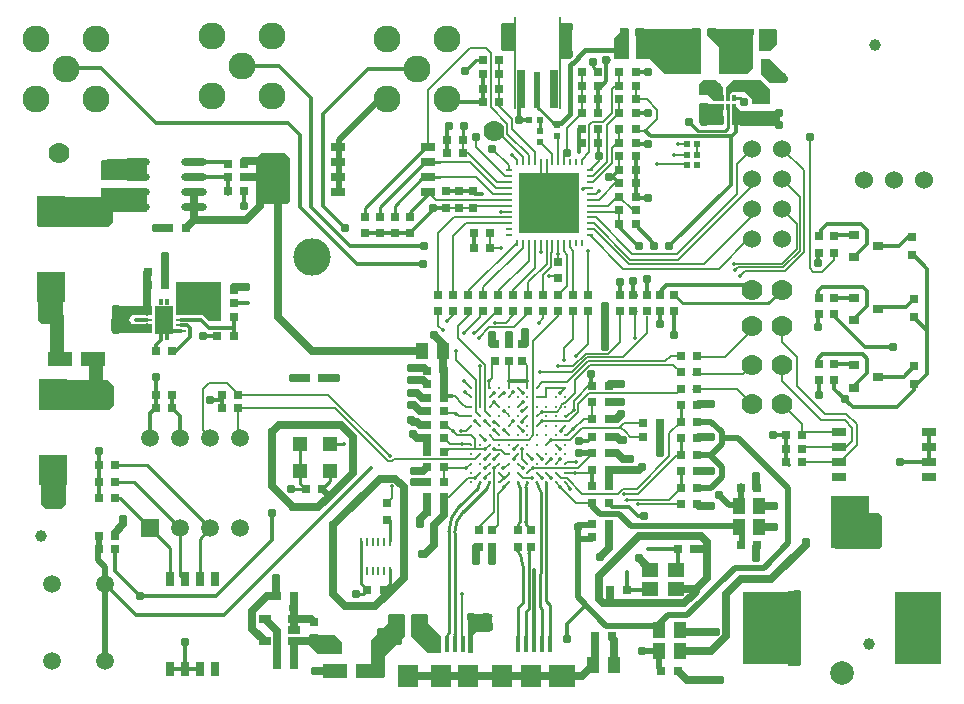
<source format=gtl>
%FSLAX25Y25*%
%MOIN*%
G70*
G01*
G75*
G04 Layer_Physical_Order=1*
G04 Layer_Color=255*
%ADD10C,0.01200*%
%ADD11C,0.01100*%
%ADD12R,0.03000X0.03000*%
%ADD13R,0.01122X0.30709*%
%ADD14R,0.02362X0.12244*%
%ADD15R,0.02953X0.13031*%
%ADD16R,0.03000X0.03000*%
%ADD17R,0.03543X0.03150*%
%ADD18R,0.03100X0.03100*%
%ADD19R,0.04449X0.05787*%
%ADD20R,0.07874X0.04724*%
%ADD21R,0.09449X0.10236*%
%ADD22R,0.01200X0.05300*%
%ADD23R,0.07100X0.07500*%
%ADD24R,0.09100X0.07500*%
%ADD25R,0.05000X0.02992*%
%ADD26R,0.02992X0.05000*%
%ADD27R,0.00787X0.02658*%
%ADD28R,0.01496X0.06100*%
%ADD29R,0.05118X0.04921*%
%ADD30R,0.01969X0.01969*%
%ADD31R,0.01969X0.01969*%
%ADD32R,0.12992X0.17323*%
%ADD33R,0.15354X0.24410*%
%ADD34R,0.05787X0.04449*%
%ADD35R,0.01181X0.02047*%
%ADD36R,0.01181X0.01929*%
%ADD37R,0.05079X0.10709*%
%ADD38R,0.01063X0.03150*%
%ADD39R,0.05512X0.04724*%
%ADD40O,0.08661X0.02362*%
%ADD41R,0.03347X0.01102*%
%ADD42R,0.06496X0.09449*%
%ADD43R,0.02362X0.00984*%
%ADD44R,0.00984X0.02362*%
%ADD45R,0.20079X0.20079*%
%ADD46R,0.03937X0.02756*%
%ADD47C,0.00945*%
%ADD48C,0.03937*%
%ADD49C,0.02500*%
%ADD50C,0.00500*%
%ADD51C,0.01000*%
%ADD52C,0.00800*%
%ADD53C,0.02000*%
%ADD54C,0.01500*%
%ADD55C,0.00600*%
%ADD56C,0.06000*%
%ADD57C,0.07000*%
%ADD58C,0.12500*%
%ADD59C,0.09000*%
%ADD60C,0.05906*%
%ADD61C,0.07874*%
%ADD62R,0.05906X0.05906*%
%ADD63C,0.03100*%
%ADD64C,0.01400*%
%ADD65C,0.01969*%
G36*
X50567Y117339D02*
X49464D01*
Y119307D01*
X50567D01*
Y117339D01*
D02*
G37*
G36*
X48598D02*
X47496D01*
Y119307D01*
X48598D01*
Y117339D01*
D02*
G37*
G36*
X32500Y102000D02*
Y95500D01*
X31000Y94000D01*
X7500D01*
Y104000D01*
X30500D01*
X32500Y102000D01*
D02*
G37*
G36*
X15500Y139000D02*
Y124000D01*
X14000Y122500D01*
X8500D01*
X7000Y124000D01*
Y139500D01*
X15500Y139000D01*
D02*
G37*
G36*
X50567Y128756D02*
X49464D01*
Y130724D01*
X50567D01*
Y128756D01*
D02*
G37*
G36*
X48598D02*
X47496D01*
Y130724D01*
X48598D01*
Y128756D01*
D02*
G37*
G36*
X45031Y128532D02*
Y125531D01*
X39031D01*
Y125561D01*
X38446Y125444D01*
X37950Y125113D01*
X37618Y124617D01*
X37502Y124031D01*
X37618Y123446D01*
X37950Y122950D01*
X38446Y122618D01*
X39031Y122502D01*
X45031Y122531D01*
Y119532D01*
X32531D01*
Y119512D01*
X32141Y119589D01*
X31811Y119810D01*
X31589Y120141D01*
X31512Y120531D01*
X31532Y127532D01*
X31512D01*
X31589Y127922D01*
X31811Y128252D01*
X32141Y128473D01*
X32531Y128551D01*
X45031Y128532D01*
D02*
G37*
G36*
X137000Y25500D02*
Y23000D01*
X141500Y18500D01*
Y13000D01*
X137000D01*
X131500Y18500D01*
Y25500D01*
X132000Y26000D01*
X136500D01*
X137000Y25500D01*
D02*
G37*
G36*
X108500Y16500D02*
Y12500D01*
X100500D01*
X97500Y15500D01*
Y19000D01*
X106000D01*
X108500Y16500D01*
D02*
G37*
G36*
X261500Y33000D02*
Y9500D01*
X260500Y8500D01*
X257500D01*
X257000Y9000D01*
Y33500D01*
X261000D01*
X261500Y33000D01*
D02*
G37*
G36*
X129250Y25500D02*
Y18500D01*
X122750Y12000D01*
X122750D01*
X122750Y12000D01*
Y5250D01*
X122000Y4500D01*
X118000Y4500D01*
Y17250D01*
Y17250D01*
X123750Y23000D01*
Y25500D01*
X124250Y26000D01*
X128750D01*
X129250Y25500D01*
D02*
G37*
G36*
X16500Y77500D02*
Y62500D01*
X15000Y61000D01*
X9500D01*
X8000Y62500D01*
Y78000D01*
X16500Y77500D01*
D02*
G37*
G36*
X288500Y58500D02*
Y48500D01*
X287500Y47500D01*
X273000D01*
X271500Y49000D01*
Y59500D01*
X287500D01*
X288500Y58500D01*
D02*
G37*
G36*
X157890Y25942D02*
X158221Y25721D01*
X158442Y25390D01*
X158520Y25000D01*
X158500D01*
X158520Y21000D01*
X158442Y20610D01*
X158221Y20279D01*
X157890Y20058D01*
X157500Y19981D01*
Y20000D01*
X154000Y20039D01*
X153220Y19884D01*
X152558Y19442D01*
X152116Y18780D01*
X151961Y18000D01*
X152000D01*
Y13000D01*
X150500D01*
X150480Y25000D01*
X150558Y25390D01*
X150779Y25721D01*
X151110Y25942D01*
X151500Y26020D01*
Y26000D01*
X157500Y26020D01*
X157890Y25942D01*
D02*
G37*
G36*
X68149Y136414D02*
X67990Y136031D01*
X68031D01*
Y123500D01*
X64063D01*
X62031Y125531D01*
X53031D01*
X52990Y136031D01*
X53149Y136414D01*
X53531Y136573D01*
Y136531D01*
X68531Y136573D01*
X68149Y136414D01*
D02*
G37*
G36*
X245500Y208000D02*
X243500Y206000D01*
X234000D01*
Y215000D01*
X230000Y219000D01*
Y221000D01*
X245500D01*
Y208000D01*
D02*
G37*
G36*
X228000Y206000D02*
X216000D01*
X211000Y211000D01*
X206500D01*
Y218500D01*
X206000Y219000D01*
Y221000D01*
X228000D01*
Y206000D01*
D02*
G37*
G36*
X257000Y205000D02*
X257000Y204000D01*
X256000Y203000D01*
X251000Y203000D01*
X248000Y206000D01*
Y211000D01*
X251000D01*
X257000Y205000D01*
D02*
G37*
G36*
X185000Y211500D02*
X184500Y211000D01*
X181000D01*
Y223000D01*
X185000D01*
Y211500D01*
D02*
G37*
G36*
X253500Y220000D02*
Y216000D01*
X251000Y213500D01*
X247500D01*
Y221000D01*
X252500D01*
X253500Y220000D01*
D02*
G37*
G36*
X166000Y223000D02*
Y213500D01*
X162000Y213500D01*
X161500Y214000D01*
Y222500D01*
X162000Y223000D01*
X166000Y223000D01*
D02*
G37*
G36*
X204000Y211000D02*
X199000D01*
Y218000D01*
X202000Y221000D01*
X204000D01*
Y211000D01*
D02*
G37*
G36*
X43500Y170500D02*
X28000D01*
Y175500D01*
X30000Y177500D01*
X43500D01*
Y170500D01*
D02*
G37*
G36*
X91000Y178000D02*
Y163500D01*
X90000Y162500D01*
X80000D01*
Y178000D01*
X81500Y179500D01*
X89500D01*
X91000Y178000D01*
D02*
G37*
G36*
X43500Y167500D02*
Y160000D01*
X32000D01*
Y156500D01*
X30500Y155000D01*
X7000D01*
Y165000D01*
X28000D01*
Y168000D01*
X43000D01*
X43500Y167500D01*
D02*
G37*
G36*
X241500Y193500D02*
X254500D01*
Y188500D01*
X241500D01*
X241000Y189000D01*
X238500D01*
Y195500D01*
X239500D01*
X241500Y193500D01*
D02*
G37*
G36*
X235500Y201500D02*
Y197000D01*
X232500D01*
X230500Y199000D01*
X227500D01*
Y202500D01*
X229000Y204000D01*
X233000D01*
X235500Y201500D01*
D02*
G37*
G36*
X248000Y204000D02*
X251000Y201000D01*
Y196000D01*
X245000D01*
Y197500D01*
X242500Y200000D01*
X238500Y200000D01*
X237500Y199000D01*
X237500Y197000D01*
X236500D01*
X236500Y201500D01*
X239000Y204000D01*
X248000Y204000D01*
D02*
G37*
G36*
X235500Y189000D02*
X228500D01*
X227500Y190000D01*
Y196000D01*
X235500D01*
Y189000D01*
D02*
G37*
D10*
X219831Y40650D02*
G03*
X220250Y41069I0J419D01*
G01*
X282779Y115000D02*
X292000D01*
X272500Y125279D02*
X282779Y115000D01*
X278600Y94900D02*
X293400D01*
X272500Y101000D02*
X278600Y94900D01*
X272500Y101000D02*
Y103750D01*
X183500Y17500D02*
Y22500D01*
X189500Y28500D01*
X245000Y134000D02*
Y135500D01*
X216500D02*
X245000D01*
X214625Y133625D02*
X216500Y135500D01*
X219000Y119000D02*
Y126750D01*
X214625Y132125D02*
Y133625D01*
X210000Y132250D02*
Y134250D01*
Y137500D01*
X205500Y133250D02*
Y137000D01*
Y133250D02*
X206500Y132250D01*
X204000Y61500D02*
X207000Y58500D01*
X198300Y61500D02*
X204000D01*
X197250Y62550D02*
X198300Y61500D01*
X207000Y58500D02*
X209000D01*
X167500Y200279D02*
X168028Y200807D01*
X167500Y190500D02*
Y200279D01*
Y190500D02*
X170728D01*
X206250Y193000D02*
X210500D01*
X196500Y203500D02*
Y209500D01*
X195000Y202000D02*
X196500Y203500D01*
X193750Y202000D02*
X195000D01*
X196500Y209500D02*
X197500Y210500D01*
X264250Y184750D02*
X264500Y185000D01*
X299000Y145500D02*
X303500Y141000D01*
Y106000D02*
Y141000D01*
X300050Y102550D02*
X303500Y106000D01*
X293400Y94900D02*
X299000Y100500D01*
Y102550D01*
X286937Y128197D02*
X296247D01*
X299000Y130950D01*
X296950Y151450D02*
X299000D01*
X294000Y148500D02*
X296950Y151450D01*
X286937Y148500D02*
X294000D01*
X113500Y142500D02*
X135500D01*
X94500Y161500D02*
X113500Y142500D01*
X94500Y161500D02*
Y185500D01*
X111000Y148500D02*
X135750D01*
X98000Y161500D02*
X111000Y148500D01*
X98000Y161500D02*
Y198000D01*
X267000Y143000D02*
Y146250D01*
X267000Y146250D01*
X282000Y135000D02*
X283500Y133500D01*
X268500Y135000D02*
X282000D01*
X267000Y133500D02*
X268500Y135000D01*
X282000Y112500D02*
X283500Y111000D01*
X268500Y112500D02*
X282000D01*
X267000Y111000D02*
X268500Y112500D01*
X270000Y156000D02*
X281500D01*
X268000Y154000D02*
X270000Y156000D01*
X268000Y152750D02*
Y154000D01*
X281500Y156000D02*
X283500Y154000D01*
X299000Y124750D02*
X303125Y120625D01*
X299000Y124750D02*
Y125050D01*
Y102550D02*
X300050D01*
X283500Y128697D02*
Y133500D01*
X272500Y125279D02*
Y125750D01*
X256250Y76000D02*
Y85500D01*
X252000Y85500D02*
X252000Y85500D01*
X256250D01*
X256750Y76000D02*
X257250Y75500D01*
X198250Y171500D02*
X198750D01*
X198250D02*
X200750Y174000D01*
X197500Y171500D02*
X198250D01*
X200125Y170125D02*
X200750Y169500D01*
X198750Y171500D02*
X200125Y170125D01*
X143250Y187750D02*
X144000Y188500D01*
X143250Y184000D02*
Y187750D01*
Y179500D02*
Y184000D01*
X211250Y185250D02*
X238349D01*
X209500Y187000D02*
X211250Y185250D01*
X239750Y186652D02*
Y190500D01*
X200750Y154750D02*
Y155500D01*
X298050Y145550D02*
X299000D01*
Y145500D02*
Y145550D01*
X126000Y152750D02*
X131000D01*
X121000D02*
X126000D01*
X116000D02*
X121000D01*
X131000D02*
X138750Y160500D01*
Y161250D01*
X143000D01*
X206250Y206500D02*
X210500D01*
X206250Y182500D02*
X210500D01*
X206250Y164500D02*
X210500D01*
X206250D02*
Y178000D01*
X193750Y197500D02*
Y202000D01*
Y193000D02*
Y197500D01*
X187250Y179750D02*
Y187500D01*
X155250Y201000D02*
Y206000D01*
Y196500D02*
Y201000D01*
X152250Y148000D02*
Y153000D01*
X152000Y166750D02*
X152750Y166000D01*
X155000D01*
X147500Y166750D02*
X152000D01*
X143000D02*
X147500D01*
X102000Y192500D02*
X117000Y207500D01*
X102000Y162000D02*
Y192500D01*
Y162000D02*
X109500Y154500D01*
X87500Y208500D02*
X98000Y198000D01*
X90500Y189500D02*
X94500Y185500D01*
X214500Y122500D02*
Y126750D01*
X220250Y41069D02*
Y47500D01*
X210819Y34000D02*
X211169Y34350D01*
X203250Y34000D02*
X210819D01*
X203250D02*
Y39750D01*
X210500Y47500D02*
X220250D01*
X172500Y25000D02*
Y33500D01*
X172350Y15775D02*
Y24850D01*
X172500Y25000D01*
Y33500D02*
Y40500D01*
X304000Y81500D02*
Y86500D01*
Y76500D02*
Y81500D01*
X294500Y76500D02*
X304000D01*
X27250Y64500D02*
Y70000D01*
Y75500D01*
X54500Y84500D02*
Y91750D01*
X51750Y94500D02*
X54500Y91750D01*
X56000Y7500D02*
X61000D01*
X51000D02*
X56000D01*
X44500Y84500D02*
Y92750D01*
X46250Y94500D01*
X27250Y75500D02*
Y80250D01*
X56000Y7500D02*
Y16500D01*
X51781Y113531D02*
X53031D01*
X57712Y118212D01*
Y121143D01*
X54839Y122063D02*
X56791D01*
X57712Y121143D01*
X51032Y120095D02*
X54839D01*
X46281Y113531D02*
Y115573D01*
X48047Y117339D01*
X62031Y118532D02*
X66781D01*
X43224Y126000D02*
Y127969D01*
Y120095D02*
Y122063D01*
X39531Y124031D02*
X43224D01*
X72281Y118532D02*
Y124031D01*
X54839D02*
X61381D01*
X64081Y121332D01*
X72231D01*
X72781Y129532D02*
X77031D01*
X58949Y176500D02*
X69750D01*
X58949Y171500D02*
X70250D01*
Y166000D02*
Y171500D01*
X75750Y161750D02*
Y166000D01*
X191750Y68500D02*
Y74000D01*
X64250Y97250D02*
X68250D01*
Y94500D02*
Y97250D01*
Y99000D01*
X197250Y62550D02*
Y63000D01*
X29358Y35795D02*
X39653Y25500D01*
X69000D01*
X118000Y74500D01*
X32750Y40250D02*
Y47500D01*
Y40250D02*
X41000Y32000D01*
X164000Y103500D02*
X170000D01*
X191500Y102250D02*
Y102750D01*
Y106000D01*
X272990Y152240D02*
X279063D01*
Y144760D02*
X283500Y149197D01*
Y154000D01*
X279063Y101760D02*
X283500Y106197D01*
Y111000D01*
X267000Y121500D02*
Y125250D01*
Y108750D02*
Y111000D01*
X286937Y105000D02*
X295550D01*
X299000Y108450D01*
X279063Y124260D02*
X283500Y128697D01*
X18000Y208000D02*
X28000D01*
X46500Y189500D01*
X190250Y83500D02*
X190750Y84000D01*
X187500Y83500D02*
X190250D01*
X51750Y94500D02*
Y99000D01*
X272000Y109250D02*
X272500D01*
X278073D01*
X267000Y130750D02*
Y133500D01*
X46250Y94500D02*
Y104750D01*
X206500Y131750D02*
Y132250D01*
X41000Y32000D02*
X66500D01*
X85000Y50500D01*
Y59500D01*
X267500Y99000D02*
Y103750D01*
X72531Y129781D02*
X72781Y129532D01*
X272500Y131250D02*
X278073D01*
X142250Y99250D02*
Y101000D01*
Y99250D02*
X143000Y98500D01*
X145000D01*
X201000Y132500D02*
Y136500D01*
X133500Y207500D02*
X136000Y205000D01*
X75000Y208500D02*
X87500D01*
X46500Y189500D02*
X90500D01*
X117000Y207500D02*
X133500D01*
X144500Y196500D02*
X155250D01*
X143500Y197500D02*
X144500Y196500D01*
X200750Y154750D02*
X207000Y148500D01*
X207500D01*
X206250Y155500D02*
X212500Y149250D01*
Y148500D02*
Y149250D01*
X238000Y184901D02*
X239750Y186652D01*
X217500Y148500D02*
X238000Y169000D01*
Y184901D01*
D11*
X153679Y68007D02*
G03*
X154402Y69752I-1745J1745D01*
G01*
X156828Y68007D02*
G03*
X157551Y69752I-1745J1745D01*
G01*
X166829Y54579D02*
G03*
X167625Y56500I-1921J1921D01*
G01*
X167000Y69613D02*
G03*
X167625Y68105I2133J0D01*
G01*
X169525Y56500D02*
G03*
X170073Y55177I1870J0D01*
G01*
X169525Y68105D02*
G03*
X170150Y69613I-1508J1508D01*
G01*
X144000Y19625D02*
G03*
X143350Y18056I1569J-1569D01*
G01*
X147485Y61813D02*
G03*
X144000Y53399I8415J-8415D01*
G01*
X145950Y18904D02*
G03*
X145900Y19025I-171J0D01*
G01*
X148829Y60007D02*
G03*
X145900Y52936I7071J-7071D01*
G01*
X176449Y68802D02*
G03*
X176500Y68678I175J0D01*
G01*
X174600Y66612D02*
G03*
X174022Y68007I-1973J0D01*
G01*
X173299Y69752D02*
G03*
X174022Y68007I2468J0D01*
G01*
X168600Y41973D02*
G03*
X166000Y48250I-8877J0D01*
G01*
X171500D02*
G03*
X170600Y46077I2173J-2173D01*
G01*
X145900Y19025D02*
Y52936D01*
X144000Y19625D02*
Y53399D01*
X147485Y61813D02*
X153679Y68007D01*
X174400Y35200D02*
Y39300D01*
X176400Y35200D02*
Y39400D01*
X168600Y31800D02*
Y35200D01*
X170600Y31800D02*
Y35200D01*
X174400Y31800D02*
Y35200D01*
X176400Y31800D02*
Y35200D01*
Y30100D02*
Y31800D01*
Y30100D02*
X177550Y28950D01*
Y15775D02*
Y28950D01*
X174400Y28100D02*
Y31800D01*
Y28100D02*
X175000Y27500D01*
Y15825D02*
Y27500D01*
X170600Y27600D02*
Y31800D01*
X169750Y26750D02*
X170600Y27600D01*
X169750Y15775D02*
Y26750D01*
X168600Y29600D02*
Y31800D01*
X167150Y28150D02*
X168600Y29600D01*
X167150Y15775D02*
Y28150D01*
X170150Y69613D02*
Y69752D01*
X166000Y53750D02*
X166829Y54579D01*
X167625Y56500D02*
Y68105D01*
X167000Y69613D02*
Y69752D01*
X169525Y56500D02*
Y68105D01*
X170073Y55177D02*
X171500Y53750D01*
X143350Y15775D02*
Y18056D01*
X145950Y15775D02*
Y18904D01*
X148829Y60007D02*
X156828Y68007D01*
X176449Y68802D02*
Y69752D01*
X176500Y39500D02*
Y68678D01*
X174600Y39500D02*
Y66612D01*
X168600Y35200D02*
Y41973D01*
X170600Y35200D02*
Y46077D01*
D12*
X231750Y220000D02*
D03*
X226250D02*
D03*
X207750D02*
D03*
X202250D02*
D03*
X206250Y160500D02*
D03*
X200750D02*
D03*
X142250Y84500D02*
D03*
X136750D02*
D03*
X198250Y18500D02*
D03*
X192750D02*
D03*
X92250Y32000D02*
D03*
X86750D02*
D03*
X46250Y99000D02*
D03*
X51750D02*
D03*
X46250Y94500D02*
D03*
X51750D02*
D03*
X136750Y75000D02*
D03*
X142250D02*
D03*
X136750Y70000D02*
D03*
X142250D02*
D03*
X136750Y65000D02*
D03*
X142250D02*
D03*
X136750Y102500D02*
D03*
X142250D02*
D03*
X136750Y98000D02*
D03*
X142250D02*
D03*
X136750Y60000D02*
D03*
X142250D02*
D03*
X136750Y89000D02*
D03*
X142250D02*
D03*
X197250Y85000D02*
D03*
X191750D02*
D03*
X197250Y102000D02*
D03*
X191750D02*
D03*
X136750Y80000D02*
D03*
X142250D02*
D03*
X197250Y51500D02*
D03*
X191750D02*
D03*
X197250Y56000D02*
D03*
X191750D02*
D03*
X220250Y7000D02*
D03*
X214750D02*
D03*
X197250Y63000D02*
D03*
X191750D02*
D03*
X246750Y49000D02*
D03*
X241250D02*
D03*
X197250Y79500D02*
D03*
X191750D02*
D03*
X246750Y68000D02*
D03*
X241250D02*
D03*
X136750Y93500D02*
D03*
X142250D02*
D03*
X101750Y104500D02*
D03*
X96250D02*
D03*
X197250Y96500D02*
D03*
X191750D02*
D03*
X197250Y91000D02*
D03*
X191750D02*
D03*
X214250Y89500D02*
D03*
X208750D02*
D03*
X214250Y85000D02*
D03*
X208750D02*
D03*
X197250Y68500D02*
D03*
X191750D02*
D03*
X197250Y74000D02*
D03*
X191750D02*
D03*
X43800Y140000D02*
D03*
X49300D02*
D03*
X49281Y135531D02*
D03*
X43782D02*
D03*
X66800Y134000D02*
D03*
X72300D02*
D03*
X46281Y113531D02*
D03*
X51781D02*
D03*
X56200Y154500D02*
D03*
X50700D02*
D03*
X32750Y52000D02*
D03*
X27250D02*
D03*
X122250Y34000D02*
D03*
X116750D02*
D03*
X197750D02*
D03*
X203250D02*
D03*
X225750Y47500D02*
D03*
X220250D02*
D03*
X256250Y76500D02*
D03*
X261750D02*
D03*
X256250Y81000D02*
D03*
X261750D02*
D03*
X256250Y85500D02*
D03*
X261750D02*
D03*
X226750Y62500D02*
D03*
X221250D02*
D03*
Y112000D02*
D03*
X226750D02*
D03*
X221250Y106500D02*
D03*
X226750D02*
D03*
X221250Y101000D02*
D03*
X226750D02*
D03*
X73750Y99000D02*
D03*
X68250D02*
D03*
X73750Y94500D02*
D03*
X68250D02*
D03*
X221250Y90000D02*
D03*
X226750D02*
D03*
X221250Y79000D02*
D03*
X226750D02*
D03*
X221250Y68000D02*
D03*
X226750D02*
D03*
Y95500D02*
D03*
X221250D02*
D03*
X226750Y84500D02*
D03*
X221250D02*
D03*
X226750Y73500D02*
D03*
X221250D02*
D03*
X86750Y9000D02*
D03*
X92250D02*
D03*
X32750Y64500D02*
D03*
X27250D02*
D03*
X32750Y70000D02*
D03*
X27250D02*
D03*
X32750Y75500D02*
D03*
X27250D02*
D03*
X72281Y129532D02*
D03*
X66781D02*
D03*
X72250Y125000D02*
D03*
X66750D02*
D03*
X66781Y118532D02*
D03*
X72281D02*
D03*
X70250Y176000D02*
D03*
X75750D02*
D03*
X70250Y171500D02*
D03*
X75750D02*
D03*
X75750Y167000D02*
D03*
X70250D02*
D03*
X27250Y47500D02*
D03*
X32750D02*
D03*
X136750Y107000D02*
D03*
X142250D02*
D03*
X96250Y67500D02*
D03*
X101750D02*
D03*
X157750Y148000D02*
D03*
X152250D02*
D03*
X157750Y153000D02*
D03*
X152250D02*
D03*
X160750Y196500D02*
D03*
X155250D02*
D03*
X160750Y201000D02*
D03*
X155250D02*
D03*
X160750Y206000D02*
D03*
X155250D02*
D03*
X188250Y193000D02*
D03*
X193750D02*
D03*
X188250Y197500D02*
D03*
X193750D02*
D03*
X188250Y202000D02*
D03*
X193750D02*
D03*
Y187500D02*
D03*
X188250D02*
D03*
X193750Y183000D02*
D03*
X188250D02*
D03*
X200750Y169500D02*
D03*
X206250D02*
D03*
X200750Y178500D02*
D03*
X206250D02*
D03*
X200750Y174000D02*
D03*
X206250D02*
D03*
X148750Y184000D02*
D03*
X143250D02*
D03*
X148750Y179500D02*
D03*
X143250D02*
D03*
X200750Y156000D02*
D03*
X206250D02*
D03*
X200750Y165000D02*
D03*
X206250D02*
D03*
X160750Y210500D02*
D03*
X155250D02*
D03*
X188250Y206500D02*
D03*
X193750D02*
D03*
X200750Y197500D02*
D03*
X206250D02*
D03*
X200750Y187500D02*
D03*
X206250D02*
D03*
X200750Y202000D02*
D03*
X206250D02*
D03*
Y193000D02*
D03*
X200750D02*
D03*
X206250Y183000D02*
D03*
X200750D02*
D03*
X206250Y206500D02*
D03*
X200750D02*
D03*
X239750Y190500D02*
D03*
X234250D02*
D03*
X243750Y215000D02*
D03*
X249250D02*
D03*
Y209500D02*
D03*
X243750D02*
D03*
D13*
X181010Y209646D02*
D03*
X165990D02*
D03*
D14*
X173500Y200413D02*
D03*
D15*
X168028Y200807D02*
D03*
X178972D02*
D03*
D16*
X140500Y132250D02*
D03*
Y126750D02*
D03*
X145500Y132250D02*
D03*
Y126750D02*
D03*
X267500Y125750D02*
D03*
Y131250D02*
D03*
Y109250D02*
D03*
Y103750D02*
D03*
X272500Y103750D02*
D03*
Y109250D02*
D03*
X167000Y53750D02*
D03*
Y48250D02*
D03*
X171500Y53750D02*
D03*
Y48250D02*
D03*
X99000Y23250D02*
D03*
Y17750D02*
D03*
X164000Y115750D02*
D03*
Y110250D02*
D03*
X168500Y115750D02*
D03*
Y110250D02*
D03*
X158500Y48250D02*
D03*
Y53750D02*
D03*
X159500Y115750D02*
D03*
Y110250D02*
D03*
X29500Y166300D02*
D03*
Y171800D02*
D03*
X154000Y48250D02*
D03*
Y53750D02*
D03*
X210000Y126750D02*
D03*
Y132250D02*
D03*
X205500Y126750D02*
D03*
Y132250D02*
D03*
X201000Y126750D02*
D03*
Y132250D02*
D03*
X219000Y126750D02*
D03*
Y132250D02*
D03*
X214500Y126750D02*
D03*
Y132250D02*
D03*
X190500Y126750D02*
D03*
Y132250D02*
D03*
X150500Y126750D02*
D03*
Y132250D02*
D03*
X155500Y126750D02*
D03*
Y132250D02*
D03*
X160500Y126750D02*
D03*
Y132250D02*
D03*
X165500Y126750D02*
D03*
Y132250D02*
D03*
X170500Y126750D02*
D03*
Y132250D02*
D03*
X175500Y126750D02*
D03*
Y132250D02*
D03*
X180500Y126750D02*
D03*
Y132250D02*
D03*
X185500Y126750D02*
D03*
Y132250D02*
D03*
X123500Y57250D02*
D03*
Y62750D02*
D03*
X272500Y131250D02*
D03*
Y125750D02*
D03*
X272500Y151750D02*
D03*
Y146250D02*
D03*
X267500Y146250D02*
D03*
Y151750D02*
D03*
X152000Y161250D02*
D03*
Y166750D02*
D03*
X147500Y161250D02*
D03*
Y166750D02*
D03*
X143000Y161250D02*
D03*
Y166750D02*
D03*
X180500Y143250D02*
D03*
Y137750D02*
D03*
X116000Y158250D02*
D03*
Y152750D02*
D03*
X121000Y158250D02*
D03*
Y152750D02*
D03*
X126000Y158250D02*
D03*
Y152750D02*
D03*
X131000Y158250D02*
D03*
Y152750D02*
D03*
X229000Y200250D02*
D03*
Y194750D02*
D03*
D17*
X279063Y131240D02*
D03*
Y123760D02*
D03*
X286937Y127500D02*
D03*
Y148500D02*
D03*
X279063Y144760D02*
D03*
Y152240D02*
D03*
X286937Y105000D02*
D03*
X279063Y101260D02*
D03*
Y108740D02*
D03*
D18*
X299000Y108450D02*
D03*
Y102550D02*
D03*
Y125050D02*
D03*
Y130950D02*
D03*
X298500Y145550D02*
D03*
Y151450D02*
D03*
D19*
X220984Y20500D02*
D03*
X214016D02*
D03*
X192016Y9000D02*
D03*
X198984D02*
D03*
X201516Y214000D02*
D03*
X208484D02*
D03*
X247484Y62000D02*
D03*
X240516D02*
D03*
X247484Y55000D02*
D03*
X240516D02*
D03*
X220984Y13500D02*
D03*
X214016D02*
D03*
X141984Y113500D02*
D03*
X135016D02*
D03*
X133984Y22500D02*
D03*
X127016D02*
D03*
D20*
X14488Y111000D02*
D03*
X25512D02*
D03*
X105988Y7000D02*
D03*
X117012D02*
D03*
D21*
X12000Y99098D02*
D03*
Y73902D02*
D03*
X11500Y160099D02*
D03*
Y134902D02*
D03*
D22*
X174950Y15775D02*
D03*
X177550D02*
D03*
X167150D02*
D03*
X169750D02*
D03*
X140750D02*
D03*
X148550D02*
D03*
X151150D02*
D03*
X172350D02*
D03*
X145950D02*
D03*
X143350D02*
D03*
D23*
X130200Y5275D02*
D03*
X141450D02*
D03*
X150450D02*
D03*
X161700D02*
D03*
X171500Y5225D02*
D03*
D24*
X181800D02*
D03*
D25*
X304000Y71500D02*
D03*
Y76500D02*
D03*
Y81500D02*
D03*
Y86500D02*
D03*
X274000Y71500D02*
D03*
Y76500D02*
D03*
Y81500D02*
D03*
Y86500D02*
D03*
X137000Y166500D02*
D03*
Y171500D02*
D03*
Y176500D02*
D03*
Y181500D02*
D03*
X107000Y166500D02*
D03*
Y171500D02*
D03*
Y176500D02*
D03*
Y181500D02*
D03*
D26*
X66000Y37500D02*
D03*
X61000D02*
D03*
X56000D02*
D03*
X51000D02*
D03*
X66000Y7500D02*
D03*
X61000D02*
D03*
X56000D02*
D03*
X51000D02*
D03*
D27*
X176400Y35200D02*
D03*
X174400D02*
D03*
X170600D02*
D03*
X168600D02*
D03*
Y31800D02*
D03*
X170600D02*
D03*
X174400D02*
D03*
X176400D02*
D03*
D28*
X172500Y33500D02*
D03*
D29*
X104500Y73571D02*
D03*
X94500Y82429D02*
D03*
Y73571D02*
D03*
X104500Y82429D02*
D03*
D30*
X180000Y185228D02*
D03*
Y188772D02*
D03*
X174500Y183228D02*
D03*
Y186772D02*
D03*
D31*
X170728Y190500D02*
D03*
X174272D02*
D03*
X244728Y220000D02*
D03*
X248272D02*
D03*
X223228Y182500D02*
D03*
X226772D02*
D03*
X223228Y179000D02*
D03*
X226772D02*
D03*
X223228Y175500D02*
D03*
X226772D02*
D03*
D32*
X277756Y56705D02*
D03*
D33*
X300394Y21272D02*
D03*
X249606D02*
D03*
D34*
X248000Y197984D02*
D03*
Y191016D02*
D03*
D35*
X238968Y198000D02*
D03*
D36*
X237000D02*
D03*
X235032D02*
D03*
Y194968D02*
D03*
X237000D02*
D03*
X238968D02*
D03*
D37*
X236531Y211500D02*
D03*
X225468D02*
D03*
D38*
X124421Y49724D02*
D03*
X122453D02*
D03*
X120484D02*
D03*
X118516D02*
D03*
X116547D02*
D03*
X114579D02*
D03*
X124421Y40276D02*
D03*
X122453D02*
D03*
X120484D02*
D03*
X118516D02*
D03*
X116547D02*
D03*
X114579D02*
D03*
D39*
X219831Y40650D02*
D03*
Y34350D02*
D03*
X211169Y40650D02*
D03*
Y34350D02*
D03*
D40*
X58949Y176500D02*
D03*
Y166500D02*
D03*
Y171500D02*
D03*
Y161500D02*
D03*
X40051Y176500D02*
D03*
Y171500D02*
D03*
Y166500D02*
D03*
Y161500D02*
D03*
D41*
X54839Y127969D02*
D03*
Y126000D02*
D03*
Y124031D02*
D03*
Y122063D02*
D03*
Y120095D02*
D03*
X43224Y127969D02*
D03*
Y124031D02*
D03*
Y126000D02*
D03*
Y120095D02*
D03*
Y122063D02*
D03*
D42*
X49031Y124031D02*
D03*
D43*
X190886Y173827D02*
D03*
Y169890D02*
D03*
Y171858D02*
D03*
Y167921D02*
D03*
Y163984D02*
D03*
Y165953D02*
D03*
Y162016D02*
D03*
Y158079D02*
D03*
Y160047D02*
D03*
Y154142D02*
D03*
Y152173D02*
D03*
Y156110D02*
D03*
X164114Y173827D02*
D03*
Y163984D02*
D03*
Y165953D02*
D03*
Y162016D02*
D03*
Y169890D02*
D03*
Y171858D02*
D03*
Y167921D02*
D03*
Y158079D02*
D03*
Y160047D02*
D03*
Y154142D02*
D03*
Y156110D02*
D03*
Y152173D02*
D03*
D44*
X188327Y176386D02*
D03*
X186358D02*
D03*
X182421D02*
D03*
X180453D02*
D03*
X184390D02*
D03*
X178484D02*
D03*
X176516D02*
D03*
X188327Y149614D02*
D03*
X184390D02*
D03*
X182421D02*
D03*
X186358D02*
D03*
X178484D02*
D03*
X176516D02*
D03*
X180453D02*
D03*
X172579Y176386D02*
D03*
X170610D02*
D03*
X174547D02*
D03*
X168642D02*
D03*
X166673D02*
D03*
X172579Y149614D02*
D03*
X170610D02*
D03*
X174547D02*
D03*
X166673D02*
D03*
X168642D02*
D03*
D45*
X177500Y163000D02*
D03*
D46*
X92225Y20500D02*
D03*
Y24240D02*
D03*
Y16760D02*
D03*
X82776Y24240D02*
D03*
Y16760D02*
D03*
D47*
X182748Y101248D02*
D03*
Y98098D02*
D03*
X179598Y101248D02*
D03*
X182748Y94949D02*
D03*
X179598Y98098D02*
D03*
X176449D02*
D03*
Y101248D02*
D03*
X179598Y94949D02*
D03*
X176449D02*
D03*
X182748Y91799D02*
D03*
Y88650D02*
D03*
X179598Y91799D02*
D03*
X182748Y85500D02*
D03*
X179598Y88650D02*
D03*
X176449D02*
D03*
Y91799D02*
D03*
X179598Y85500D02*
D03*
X176449D02*
D03*
X173299Y98098D02*
D03*
Y94949D02*
D03*
Y101248D02*
D03*
Y91799D02*
D03*
X170150Y94949D02*
D03*
Y98098D02*
D03*
Y101248D02*
D03*
X167000Y91799D02*
D03*
Y94949D02*
D03*
X173299Y88650D02*
D03*
X170150Y91799D02*
D03*
X173299Y85500D02*
D03*
X170150Y88650D02*
D03*
Y85500D02*
D03*
X167000Y88650D02*
D03*
Y85500D02*
D03*
X182748Y76051D02*
D03*
Y82350D02*
D03*
X179598D02*
D03*
X176449D02*
D03*
X182748Y79201D02*
D03*
X179598D02*
D03*
X182748Y69752D02*
D03*
Y72902D02*
D03*
X179598D02*
D03*
Y76051D02*
D03*
Y69752D02*
D03*
X176449D02*
D03*
X173299Y82350D02*
D03*
X176449Y79201D02*
D03*
X173299D02*
D03*
X176449Y76051D02*
D03*
X173299D02*
D03*
X170150Y82350D02*
D03*
X167000D02*
D03*
X170150Y79201D02*
D03*
X167000D02*
D03*
X176449Y72902D02*
D03*
X170150Y76051D02*
D03*
X173299Y69752D02*
D03*
Y72902D02*
D03*
X170150D02*
D03*
X167000D02*
D03*
X170150Y69752D02*
D03*
X167000D02*
D03*
X163850Y101248D02*
D03*
X167000D02*
D03*
X160701Y98098D02*
D03*
X167000D02*
D03*
X163850D02*
D03*
X160701Y101248D02*
D03*
X163850Y91799D02*
D03*
Y88650D02*
D03*
Y94949D02*
D03*
Y85500D02*
D03*
X160701Y91799D02*
D03*
Y94949D02*
D03*
Y85500D02*
D03*
Y88650D02*
D03*
X157551Y101248D02*
D03*
Y98098D02*
D03*
X154402Y101248D02*
D03*
X157551Y94949D02*
D03*
X154402Y98098D02*
D03*
X151252D02*
D03*
Y101248D02*
D03*
X154402Y94949D02*
D03*
X151252D02*
D03*
X157551Y91799D02*
D03*
X154402D02*
D03*
X157551Y85500D02*
D03*
Y88650D02*
D03*
X154402D02*
D03*
X151252Y91799D02*
D03*
X154402Y85500D02*
D03*
X151252Y88650D02*
D03*
X163850Y82350D02*
D03*
Y79201D02*
D03*
X160701Y82350D02*
D03*
X167000Y76051D02*
D03*
X163850D02*
D03*
X160701Y79201D02*
D03*
X157551Y82350D02*
D03*
Y76051D02*
D03*
X163850Y72902D02*
D03*
X160701Y76051D02*
D03*
X163850Y69752D02*
D03*
X160701Y72902D02*
D03*
Y69752D02*
D03*
X151252Y85500D02*
D03*
X154402Y82350D02*
D03*
X151252D02*
D03*
X157551Y79201D02*
D03*
X154402D02*
D03*
X151252D02*
D03*
X157551Y72902D02*
D03*
X154402D02*
D03*
X157551Y69752D02*
D03*
X154402D02*
D03*
Y76051D02*
D03*
X151252D02*
D03*
Y69752D02*
D03*
Y72902D02*
D03*
D48*
X8000Y52000D02*
D03*
X286000Y215500D02*
D03*
X284000Y16000D02*
D03*
D49*
X135000Y46000D02*
X136000D01*
X139000Y49000D01*
X223250Y4000D02*
X234500D01*
X220250Y7000D02*
X223250Y4000D01*
X139000Y49000D02*
Y55500D01*
X125000Y34000D02*
X129000Y38000D01*
X122250Y34000D02*
X125000D01*
X129000Y38000D02*
Y46500D01*
X119500Y28500D02*
X125000Y34000D01*
X109500Y28500D02*
X119500D01*
X105500Y32500D02*
X109500Y28500D01*
X246500Y68000D02*
Y72000D01*
Y68000D02*
X246500Y68000D01*
X236400Y32400D02*
X241500Y37500D01*
X236400Y18592D02*
Y32400D01*
X220984Y13500D02*
X231308D01*
X236400Y18592D01*
X221984Y20000D02*
X233000D01*
X221484Y20500D02*
X221984Y20000D01*
X135750Y108000D02*
X136750Y107000D01*
X131500Y108000D02*
X135750D01*
X98500Y113500D02*
X135016D01*
X87000Y125000D02*
X98500Y113500D01*
X227250Y62000D02*
X231500D01*
X202000Y77500D02*
X204500D01*
X200000Y79500D02*
X202000Y77500D01*
X207500Y74000D02*
X208500Y75000D01*
X197250Y74000D02*
X207500D01*
X241500Y37500D02*
X251500D01*
X263000Y49000D01*
X87000Y125000D02*
Y166000D01*
X228000Y52000D02*
X230000Y50000D01*
X194000Y31000D02*
Y38500D01*
Y31000D02*
X195500Y29500D01*
X225750Y47500D02*
X230000D01*
Y50000D01*
X197750Y29750D02*
Y34000D01*
X207319Y44500D02*
X211169Y40650D01*
X194000Y38500D02*
X207500Y52000D01*
X121050Y71050D02*
X126056D01*
X129000Y68106D01*
X105500Y55500D02*
X121050Y71050D01*
X92225Y24240D02*
X98010D01*
X92225Y16760D02*
X98010D01*
X92225Y20500D02*
Y24240D01*
Y9026D02*
Y16760D01*
X82776Y24240D02*
X86750Y20266D01*
Y9000D02*
Y20266D01*
X130200Y5275D02*
X141450D01*
X150450D01*
X161700D01*
X181800Y5225D02*
X188241D01*
X192016Y9000D01*
X192750Y9734D01*
Y18000D01*
X198250D02*
X198984Y17266D01*
X153000Y43500D02*
Y48250D01*
X49281Y135531D02*
X49332Y135582D01*
Y145332D01*
X46500Y154500D02*
X50700D01*
X58949Y161500D02*
Y166500D01*
Y157249D02*
Y161500D01*
X56200Y154500D02*
X58949Y157249D01*
X105500Y32500D02*
Y34500D01*
Y55500D01*
X129000Y46500D02*
Y68106D01*
X215500Y29500D02*
X222500D01*
X207500Y52000D02*
X217750D01*
X228000D01*
X58949Y157249D02*
X76249D01*
X81000Y162000D01*
X75750Y171500D02*
X80500D01*
X247484Y62000D02*
X252500D01*
X247484Y55000D02*
X252500D01*
X99500Y7000D02*
X105988D01*
X14488Y111000D02*
Y125012D01*
X25512Y111000D02*
X27500Y109012D01*
Y103500D02*
Y109012D01*
X12500Y112988D02*
X14488Y111000D01*
X12500Y112988D02*
Y123000D01*
X32750Y53000D02*
X35500Y55750D01*
Y57500D01*
X133500Y84500D02*
X136750D01*
X132500Y85500D02*
X133500Y84500D01*
X136750Y81000D02*
Y84500D01*
X197250Y102000D02*
X197750Y102500D01*
X197250Y91000D02*
X200000D01*
X197250Y85000D02*
X200000D01*
X197250Y79500D02*
X200000D01*
X197250Y68500D02*
Y74000D01*
Y47750D02*
Y56000D01*
X200000Y85000D02*
X201000Y84000D01*
X202000D01*
X194500Y45000D02*
X197250Y47750D01*
X141984Y106766D02*
Y113500D01*
X158500Y115750D02*
Y119000D01*
X86500Y32250D02*
X86750Y32000D01*
X86500Y32250D02*
Y38000D01*
X141984Y113500D02*
Y116016D01*
X139000Y119000D02*
X141984Y116016D01*
X246500Y44500D02*
Y48250D01*
X263000Y49000D02*
Y50000D01*
X92000Y104500D02*
X96250D01*
X101750D02*
X106500D01*
X169500Y115750D02*
Y120000D01*
X196000Y115000D02*
Y128500D01*
X158500Y43500D02*
Y48250D01*
X214250Y85000D02*
Y89500D01*
X226350Y34350D02*
X230000Y38000D01*
Y47500D01*
X222500Y29500D02*
X226000Y33000D01*
X219831Y34350D02*
X226000D01*
X72331Y135031D02*
X72363Y135000D01*
X76500D01*
X200000Y91000D02*
X201500Y92500D01*
X197250Y96500D02*
X201500D01*
X197750Y102500D02*
X201500D01*
X132500Y73500D02*
X135250D01*
X226750D02*
X231500D01*
X226750Y84500D02*
X227250Y85000D01*
X231500D01*
X226750Y95500D02*
X227250Y96000D01*
X231500D01*
X226750Y62500D02*
X227250Y62000D01*
X164000Y115750D02*
Y119000D01*
X85000Y68500D02*
X92000Y61500D01*
X85000Y68500D02*
Y86500D01*
X87500Y89000D01*
X108000D02*
X112000Y85000D01*
X92000Y61500D02*
X100500D01*
X112000Y73000D02*
Y85000D01*
X104250Y65250D02*
X112000Y73000D01*
X92225Y24240D02*
Y31975D01*
X100500Y61500D02*
X104250Y65250D01*
X87500Y89000D02*
X107000D01*
X108000D01*
X198984Y9000D02*
Y17266D01*
X195500Y29500D02*
X215500D01*
X226000Y33000D02*
Y34350D01*
X214500Y79500D02*
Y85250D01*
X161700Y5275D02*
X181750D01*
X25512Y101488D02*
Y111000D01*
X43224Y127969D02*
Y139425D01*
X43800Y140000D01*
X75750Y177000D02*
X81000D01*
Y162000D02*
Y177000D01*
X135250Y73500D02*
X136750Y75000D01*
X132500Y70000D02*
X136250D01*
X139000Y55500D02*
X142250Y58750D01*
Y65000D01*
X134500Y56000D02*
Y57500D01*
X136750Y59750D01*
Y65000D01*
X131500Y90500D02*
X132000Y90000D01*
X133500D01*
X134500Y89000D01*
X136750D01*
X134500Y93500D02*
X136750D01*
X132500Y95500D02*
X134500Y93500D01*
X131500Y95500D02*
X132500D01*
X131500Y104000D02*
X135250D01*
X131500Y99500D02*
X133500D01*
X135000Y98000D01*
X136750D01*
X135250Y104000D02*
X136750Y102500D01*
X142250Y98000D02*
Y102500D01*
X142250Y101000D02*
Y106500D01*
X78500Y21035D02*
X82776Y16760D01*
X78500Y21035D02*
Y27000D01*
X83500Y32000D01*
X86750D01*
D50*
X148500Y15825D02*
Y32500D01*
X125000Y64500D02*
Y68500D01*
X123875Y63375D02*
X125000Y64500D01*
X123875Y63375D02*
X124500Y62750D01*
X201000Y116500D02*
Y126750D01*
X197100Y112600D02*
X201000Y116500D01*
X189600Y112600D02*
X197100D01*
X210000Y119500D02*
Y125250D01*
X201950Y111450D02*
X210000Y119500D01*
X192358Y111450D02*
X201950D01*
X206000Y118000D02*
Y126000D01*
X262200Y146589D02*
Y173800D01*
X255000Y181000D02*
X262200Y173800D01*
X261100Y147044D02*
Y164900D01*
X255000Y171000D02*
X261100Y164900D01*
X255911Y140300D02*
X262200Y146589D01*
X242800Y140300D02*
X255911D01*
X241000Y138500D02*
X242800Y140300D01*
X255456Y141400D02*
X261100Y147044D01*
X240400Y141400D02*
X255456D01*
X239500Y140500D02*
X240400Y141400D01*
X255000Y161000D02*
X260000Y156000D01*
Y147500D02*
Y156000D01*
X255000Y142500D02*
X260000Y147500D01*
X239000Y142500D02*
X255000D01*
X183197Y76500D02*
X186500D01*
X182748Y76051D02*
X183197Y76500D01*
X181000Y77453D02*
Y77500D01*
X179598Y76051D02*
X181000Y77453D01*
X173299Y79201D02*
X174874Y77626D01*
X170150Y79201D02*
X171724Y77626D01*
X261750Y76500D02*
X261750Y76500D01*
X261750Y81000D02*
X262250Y81500D01*
X179598Y69752D02*
X181173Y68177D01*
X149677Y74476D02*
X151252Y76051D01*
X152827Y71327D02*
X154402Y72902D01*
X162276Y68177D02*
X163850Y69752D01*
X176449Y72902D02*
X178024Y71327D01*
X159126Y74476D02*
X160701Y76051D01*
X155976Y90224D02*
X157551Y88650D01*
X155976Y80776D02*
X157551Y82350D01*
X167000Y94949D02*
X168575Y96524D01*
X173299Y91799D02*
X174874Y93374D01*
X173299Y88650D02*
X174874Y90224D01*
X159126Y87075D02*
X160701Y85500D01*
X165575Y77626D02*
X165701Y77500D01*
X162276Y87075D02*
X163850Y85500D01*
X165575Y77776D02*
X167000Y79201D01*
X159126Y59876D02*
Y74476D01*
X242000Y106000D02*
X245000Y109000D01*
X152827Y90224D02*
X154402Y88650D01*
X176449Y76051D02*
X178000Y77602D01*
X170000Y101398D02*
X170150Y101248D01*
X170000Y101398D02*
Y103500D01*
X163850Y101248D02*
X164000Y101398D01*
Y103500D01*
X170000D02*
Y108750D01*
X164000Y103500D02*
Y109250D01*
X153000Y53750D02*
X159126Y59876D01*
X162276Y68050D02*
Y68177D01*
X160226Y66000D02*
X162276Y68050D01*
X160226Y55476D02*
Y66000D01*
X158500Y53750D02*
X160226Y55476D01*
X170150Y72902D02*
X171354Y74106D01*
X171542D01*
X173299Y72902D02*
X174874Y71327D01*
X151051Y92000D02*
X151252Y91799D01*
X157500Y101299D02*
X157551Y101248D01*
X157500Y101299D02*
Y103500D01*
X158500Y104500D02*
Y110250D01*
X157500Y103500D02*
X158500Y104500D01*
X190500Y101500D02*
X190750D01*
X191750Y91000D02*
Y96500D01*
X182748Y91799D02*
X183047Y91500D01*
X185547Y94000D02*
Y96797D01*
X189000Y91000D02*
X191750D01*
X185500Y87500D02*
X189000Y91000D01*
X182748Y85500D02*
X183500D01*
X185500Y87500D01*
X217250Y64000D02*
X221250Y68000D01*
X179598Y72902D02*
X181426Y71074D01*
X183296D01*
X187050Y74550D02*
X191750Y79250D01*
X182748Y72902D02*
X186000D01*
X190652D01*
X176449Y82350D02*
X178000Y83902D01*
X183296Y71074D02*
X188420Y65950D01*
X240000Y101000D02*
X245000Y96000D01*
X225250Y101000D02*
X226750D01*
X240000D01*
X181173Y68177D02*
X186351Y63000D01*
X191750D01*
X217500Y86250D02*
X221250Y90000D01*
X150327Y71327D02*
X152827D01*
X143226Y74476D02*
X149677D01*
X142250Y73500D02*
X143226Y74476D01*
X142250Y70000D02*
Y73500D01*
X144250Y82500D02*
X148500D01*
X142250Y84500D02*
X144250Y82500D01*
X191750Y79250D02*
Y79500D01*
Y80500D01*
X155950Y93401D02*
X157551Y91799D01*
X153000Y93201D02*
X154402Y91799D01*
X157551Y85500D02*
X159051Y84000D01*
X148500Y82500D02*
X151102D01*
X151252Y82350D01*
X154402Y85500D02*
X155902Y84000D01*
X159051D02*
X170520D01*
X171977Y85457D01*
Y109477D01*
X172000Y109500D01*
X174874Y90224D02*
X183964D01*
X187097Y93358D01*
Y96049D01*
X190698Y99650D01*
X174874Y93374D02*
X179894D01*
X181426Y94906D01*
Y95497D01*
X182200Y96271D01*
X182791D01*
X162000Y74500D02*
X162500D01*
X167000Y76051D02*
X168575Y74476D01*
X165650Y81000D02*
X167000Y82350D01*
X168500Y77701D02*
X170150Y76051D01*
X168500Y77701D02*
Y81000D01*
X142250Y79000D02*
X144026Y80776D01*
X155976D01*
X206142Y64050D02*
X206192Y64000D01*
X207000Y62500D02*
X221250D01*
X206192Y64000D02*
X206308D01*
X206358Y64050D01*
X207642D01*
X207692Y64000D01*
X217250D01*
X202550Y64050D02*
X202600Y64000D01*
X203500D01*
X163850Y98098D02*
X165500Y99748D01*
X151252Y85500D02*
X152575Y84178D01*
Y80850D02*
Y84178D01*
X155976Y74476D02*
X157551Y76051D01*
X218000Y112000D02*
X221250D01*
X182791Y96271D02*
X186000Y99480D01*
X191500Y102750D02*
X191750Y103000D01*
X218750Y109000D02*
X221250Y106500D01*
X216100Y110100D02*
X218000Y112000D01*
X178000Y83902D02*
X184402D01*
X149351Y100000D02*
X151252Y98098D01*
X149000Y103500D02*
X151252Y101248D01*
X157551Y94949D02*
X159102Y96500D01*
X157551Y98098D02*
X159000Y99547D01*
X173299Y101248D02*
X175170Y103118D01*
X167000Y88650D02*
X168650Y87000D01*
X186000Y99480D02*
Y104000D01*
X192308Y111500D02*
X192358Y111450D01*
X154377Y108402D02*
X154402D01*
X154098D02*
X154377D01*
X154402Y94949D02*
Y98098D01*
Y101248D01*
X160654Y94949D02*
X160701D01*
X159102Y96500D02*
X160654Y94949D01*
X159351Y90000D02*
X160701Y88650D01*
X159000Y90000D02*
X159351D01*
X159101Y77601D02*
X160701Y79201D01*
X159000Y77601D02*
X159101D01*
X163850Y72453D02*
Y72902D01*
X156150Y71500D02*
X157551Y72902D01*
X156150Y71150D02*
Y71500D01*
X160701Y69752D02*
X161150D01*
X182748D02*
X184500Y68000D01*
Y67602D02*
Y68000D01*
X179598Y82350D02*
X180949Y81000D01*
X181000Y99500D02*
X182748Y101248D01*
X176449D02*
X179598D01*
X182748D01*
X173299Y98098D02*
X176449D01*
Y101248D01*
X155950Y93401D02*
Y108858D01*
X155927Y108881D02*
X155950Y108858D01*
X153000Y93201D02*
Y104000D01*
X61850Y87150D02*
Y100850D01*
Y87150D02*
X64500Y84500D01*
X61850Y100850D02*
X64000Y103000D01*
X155976Y77626D02*
X157551Y79201D01*
X73750Y85250D02*
Y94500D01*
X106000D01*
X152827Y77626D02*
X154402Y79201D01*
X202500Y66000D02*
X207000D01*
X220000Y79000D01*
X221250D01*
X217500Y78500D02*
Y86250D01*
X201858Y67550D02*
X206550D01*
X217500Y78500D01*
X188420Y65950D02*
X200258D01*
X201858Y67550D01*
X161150Y69752D02*
X162500Y71102D01*
X162898Y71500D02*
X163850Y72453D01*
X162500Y71500D02*
X162898D01*
X167000Y72902D02*
X168702Y71200D01*
X181000Y87000D02*
X181098D01*
X165500Y90299D02*
Y90500D01*
X163850Y88650D02*
X165500Y90299D01*
X219900Y99650D02*
X221250Y101000D01*
X190698Y99650D02*
X219900D01*
X188500Y88000D02*
X200750D01*
X184402Y83902D02*
X185050Y84550D01*
Y84601D01*
X185899Y85450D01*
X185950D01*
X188500Y88000D01*
X186000Y104000D02*
X191000Y109000D01*
X218750D01*
X190056Y111500D02*
X192308D01*
X175170Y103118D02*
X183229D01*
X174500Y106500D02*
X185056D01*
X180500Y108500D02*
X185500D01*
X183229Y103118D02*
X190211Y110100D01*
X216100D01*
X185056Y106500D02*
X190056Y111500D01*
X185500Y108500D02*
X189600Y112600D01*
X146500Y110500D02*
X153000Y104000D01*
X146500Y110500D02*
Y113500D01*
X172000Y116750D02*
X180500Y125250D01*
X172000Y109500D02*
Y116750D01*
X165650Y121400D02*
X171000Y126750D01*
X157506Y121400D02*
X165650D01*
X165500Y125500D02*
Y126750D01*
X163000Y123000D02*
X165500Y125500D01*
X159500Y123000D02*
X163000D01*
X155927Y108881D02*
Y109044D01*
X182500Y110500D02*
Y114500D01*
X163850Y91799D02*
Y92150D01*
X162500Y93500D02*
X163850Y92150D01*
X168751Y93550D02*
X170150Y94949D01*
X168500Y93500D02*
Y93550D01*
X168751D01*
X168500Y90150D02*
X170150Y91799D01*
X168500Y90000D02*
Y90150D01*
Y90500D01*
X147500Y92000D02*
X151051D01*
X148000Y87000D02*
X149602D01*
X151202Y85450D02*
X151252Y85500D01*
X146550Y85450D02*
X151202D01*
X149602Y87000D02*
X151252Y88650D01*
X140500Y122000D02*
X141950Y120550D01*
Y120500D02*
X142000D01*
X141950D02*
Y120550D01*
X168702Y71200D02*
X171700D01*
X154402Y101248D02*
Y108402D01*
X160701Y72902D02*
X162500Y71102D01*
X168743Y99505D02*
X169050D01*
X167000Y101248D02*
X168743Y99505D01*
X181098Y87000D02*
X182748Y88650D01*
X206000Y126000D02*
X206750Y126750D01*
X160701Y98098D02*
X162500Y99898D01*
X202550Y64050D02*
X206142D01*
X225500Y106000D02*
X242000D01*
X226500Y111500D02*
X236000D01*
X246500Y122000D01*
X171542Y74106D02*
X171986Y74550D01*
X187050D01*
X143000Y89000D02*
X146550Y85450D01*
X183047Y91500D02*
X185547Y94000D01*
Y96797D02*
X191500Y102750D01*
X162500Y74500D02*
X164000Y76000D01*
X64000Y103000D02*
X70000D01*
X74000Y99000D01*
X103752D01*
X124252Y78500D01*
X168500Y110250D02*
X170000Y108750D01*
X202250Y89500D02*
X207250D01*
X202994Y86400D02*
X204394Y85000D01*
X208750D01*
X201072Y88322D02*
X202250Y89500D01*
X201072Y88322D02*
X202994Y86400D01*
X200750Y88000D02*
X201072Y88322D01*
X106000Y94500D02*
X122874Y77626D01*
X122934D01*
X123610Y76950D01*
X124894D01*
X125570Y77626D01*
X152827D01*
X144000Y65000D02*
X150327Y71327D01*
X142250Y65000D02*
X144000D01*
X149551Y94949D02*
X151252D01*
X148500Y96000D02*
X149551Y94949D01*
X148500Y96000D02*
X148500D01*
X146000Y98500D02*
X148500Y96000D01*
X142250Y93000D02*
X146500D01*
X147500Y92000D01*
X145000Y98500D02*
X146000D01*
X154106Y118000D02*
X157506Y121400D01*
X152500Y119500D02*
X152750D01*
X160000Y126750D01*
X151096Y121596D02*
X154500Y125000D01*
Y126750D01*
X148692Y119500D02*
X149000D01*
X151096Y121596D01*
X147000Y117971D02*
X155927Y109044D01*
X147000Y117971D02*
Y122000D01*
X151000Y126000D01*
X143500Y123500D02*
X145500Y125500D01*
Y126750D01*
X140500Y122000D02*
Y126750D01*
X175500D02*
X175500Y126750D01*
X176500D01*
X174000Y123000D02*
X175500Y124500D01*
Y126750D01*
X180500Y125250D02*
Y126750D01*
X182500Y114500D02*
X185500Y117500D01*
Y126750D01*
X186500Y112000D02*
X190500Y116000D01*
Y126750D01*
D51*
X113000Y32500D02*
X115250D01*
X116750Y34000D01*
X221850Y129400D02*
X250400D01*
X219000Y132250D02*
X221850Y129400D01*
X149500Y207000D02*
X153000Y210500D01*
X155250D01*
X148750Y184000D02*
Y188250D01*
X149000Y188500D01*
X173500Y195000D02*
Y200413D01*
X192000Y208250D02*
X193750Y206500D01*
X192000Y208250D02*
Y210000D01*
X51000Y37000D02*
Y48000D01*
X44500Y54500D02*
X51000Y48000D01*
X236000Y187000D02*
X237000Y188000D01*
X227000Y187000D02*
X236000D01*
X224000Y190000D02*
X227000Y187000D01*
X237000Y188000D02*
Y194968D01*
X241000Y198000D02*
X242500Y196500D01*
X238968Y198000D02*
X241000D01*
X174500Y187000D02*
Y190957D01*
X136448Y181500D02*
X137000D01*
X116000Y161052D02*
X136448Y181500D01*
X116000Y158250D02*
Y161052D01*
X131000Y160000D02*
X137250Y166250D01*
X131000Y158250D02*
Y160000D01*
X135500Y171500D02*
X141000D01*
X126000Y162000D02*
X135500Y171500D01*
X126000Y158250D02*
Y162000D01*
X136000Y176500D02*
X141000D01*
X121000Y161500D02*
X136000Y176500D01*
X121000Y158250D02*
Y161500D01*
X250400Y129400D02*
X255000Y134000D01*
X124421Y50225D02*
Y57171D01*
X114579Y36171D02*
X116750Y34000D01*
X124421Y36171D02*
Y40776D01*
X122250Y34000D02*
X124421Y36171D01*
X34500Y64500D02*
X44500Y54500D01*
X32750Y64500D02*
X34500D01*
X39000Y70000D02*
X54500Y54500D01*
X32750Y70000D02*
X39000D01*
X43500Y75500D02*
X64500Y54500D01*
X32750Y75500D02*
X43500D01*
X61000Y51000D02*
X64500Y54500D01*
X221250Y68000D02*
Y73500D01*
Y79000D02*
Y84500D01*
Y90000D02*
Y95500D01*
X54500Y39000D02*
X56000Y37500D01*
X114579Y36171D02*
Y50225D01*
X54500Y38500D02*
Y39000D01*
Y54500D01*
X61000Y37000D02*
Y37500D01*
Y51000D01*
X104500Y82429D02*
X108929D01*
X104500Y70250D02*
Y73571D01*
X101750Y67500D02*
X104500Y70250D01*
X94500Y69250D02*
Y73571D01*
Y69250D02*
X96250Y67500D01*
X94500Y73571D02*
Y82429D01*
X91500Y67500D02*
X96250D01*
X193750Y183000D02*
Y187500D01*
Y178750D02*
Y183000D01*
Y178750D02*
X194000Y178500D01*
X173500Y195000D02*
X179000Y189500D01*
D52*
X177916Y141416D02*
Y146080D01*
X175500Y139000D02*
X177916Y141416D01*
X175500Y132250D02*
Y139000D01*
X176516Y142516D02*
Y149614D01*
X170500Y136500D02*
X176516Y142516D01*
X170500Y132250D02*
Y136500D01*
X172579Y141079D02*
Y149614D01*
X165500Y134000D02*
X172579Y141079D01*
X165500Y132250D02*
Y134000D01*
X170610Y143610D02*
Y149614D01*
X160500Y133500D02*
X170610Y143610D01*
X160500Y132250D02*
Y133500D01*
X183500Y188000D02*
X188125Y192625D01*
X183500Y180500D02*
Y188000D01*
X160750Y206000D02*
Y210500D01*
Y201000D02*
Y206000D01*
Y196500D02*
Y201000D01*
X156500Y214500D02*
X158000Y213000D01*
Y194836D02*
Y213000D01*
Y194836D02*
X163500Y189336D01*
X151000Y214500D02*
X156500D01*
X137000Y200500D02*
X151000Y214500D01*
X137000Y181500D02*
Y200500D01*
X159000Y187000D02*
X160000D01*
X164950Y187550D02*
X172579Y179921D01*
X164950Y187550D02*
Y191050D01*
X160750Y195250D02*
X164950Y191050D01*
X160750Y195250D02*
Y196500D01*
X163500Y186000D02*
Y189336D01*
Y186000D02*
X170610Y178890D01*
X153000Y181400D02*
X162542Y171858D01*
X153000Y181400D02*
Y185000D01*
X158500Y181000D02*
X164114Y175386D01*
X190750Y179750D02*
Y188914D01*
X188327Y177327D02*
X190750Y179750D01*
X188327Y176386D02*
Y177327D01*
X191836Y190000D02*
X195500D01*
X190750Y188914D02*
X191836Y190000D01*
X196550Y188800D02*
X200750Y193000D01*
X196550Y176403D02*
Y188800D01*
X192005Y171858D02*
X196550Y176403D01*
X190886Y173827D02*
X194000Y176941D01*
Y178500D01*
X198250Y181250D02*
X200750Y183750D01*
X198250Y176586D02*
Y181250D01*
Y176586D02*
X198450Y176386D01*
Y176324D02*
Y176386D01*
X192016Y169890D02*
X198450Y176324D01*
X198250Y192750D02*
Y200750D01*
X195500Y190000D02*
X198250Y192750D01*
X199500Y202000D02*
X200750D01*
X198250Y200750D02*
X199500Y202000D01*
X180453Y181059D02*
Y185228D01*
X188250Y192000D02*
Y205500D01*
X264250Y141250D02*
Y184750D01*
Y141250D02*
X265500Y140000D01*
X268500D01*
X272500Y144000D01*
Y146250D01*
X166673Y176386D02*
Y177327D01*
X165000Y179000D02*
X166673Y177327D01*
X255000Y116500D02*
X260000Y111500D01*
Y102000D02*
Y111500D01*
Y102000D02*
X269500Y92500D01*
X276500D02*
X279900Y89100D01*
X269500Y92500D02*
X276500D01*
X278500Y83500D02*
Y88000D01*
X276000Y90500D02*
X278500Y88000D01*
X268000Y90500D02*
X276000D01*
X279900Y87600D02*
Y89100D01*
X255000Y103500D02*
Y109000D01*
Y103500D02*
X268000Y90500D01*
X255000Y109000D02*
X257000D01*
X255000Y116500D02*
Y122000D01*
X279900Y87600D02*
X280000Y87500D01*
Y82090D02*
Y87500D01*
X274000Y76500D02*
X274410D01*
X280000Y82090D01*
X276500Y81500D02*
X278500Y83500D01*
X274000Y81500D02*
X276500D01*
X255000Y96000D02*
X261750Y89250D01*
Y85500D02*
Y89250D01*
X261750Y76500D02*
X274000D01*
X262250Y81500D02*
X274000D01*
X261750Y85500D02*
X262750Y86500D01*
X274000D01*
X193984Y163984D02*
X200125Y170125D01*
X200750Y174000D02*
Y178000D01*
X182421Y179421D02*
X183500Y180500D01*
X200750Y183750D02*
Y187000D01*
X190886Y169890D02*
X192016D01*
X190886Y171858D02*
X192005D01*
X168642Y147909D02*
Y149614D01*
X155500Y134768D02*
X168642Y147909D01*
X200375Y165375D02*
X205250Y160500D01*
X197016Y162016D02*
X200375Y165375D01*
X190886Y162016D02*
X197016D01*
X190886Y163984D02*
X193984D01*
X180450Y181056D02*
X180453Y181059D01*
X180450Y178944D02*
Y181056D01*
Y178944D02*
X180453Y178941D01*
Y176386D02*
Y178941D01*
X190500Y132250D02*
Y147000D01*
X206250Y187000D02*
X209500D01*
X190886Y158079D02*
X192921D01*
X243827Y150827D02*
Y152173D01*
X245000Y151000D01*
X148750Y179500D02*
Y184000D01*
X213500Y191000D02*
Y194000D01*
X210000Y197500D02*
X213500Y194000D01*
X206250Y197500D02*
X210000D01*
X209500Y187000D02*
X213500Y191000D01*
X200750Y193000D02*
Y197500D01*
X206250D02*
Y202000D01*
X200703Y160047D02*
X200750Y160000D01*
X190886Y160047D02*
X200703D01*
X200750Y155500D02*
Y160000D01*
X205250D02*
X206250D01*
X200000Y186250D02*
X200750Y187000D01*
Y202000D02*
Y206500D01*
X182421Y176386D02*
Y179421D01*
X152516Y162016D02*
X164114D01*
X151750Y161250D02*
X152516Y162016D01*
X143000Y161250D02*
X151750D01*
X160000Y187000D02*
X168642Y178358D01*
Y176386D02*
Y178358D01*
X170610Y176386D02*
Y178890D01*
X172579Y176386D02*
Y179921D01*
X160579Y210329D02*
X160750Y210500D01*
X162542Y171858D02*
X164114D01*
Y173827D02*
Y175386D01*
X160110Y169890D02*
X164114D01*
X150500Y179500D02*
X160110Y169890D01*
X148750Y179500D02*
X150500D01*
X179750Y138500D02*
X180500Y137750D01*
X177500Y138500D02*
X179750D01*
X177916Y146080D02*
X178484Y146649D01*
X183500Y135250D02*
Y145664D01*
X180500Y132250D02*
X183500Y135250D01*
X182421Y146743D02*
X183500Y145664D01*
X185500Y132250D02*
Y147000D01*
X184400Y148100D02*
X185500Y147000D01*
X184400Y148100D02*
Y149604D01*
X184390Y149614D02*
X184400Y149604D01*
X178484Y146649D02*
Y149614D01*
X182421Y146743D02*
Y149614D01*
X174547Y165953D02*
X176516Y163984D01*
Y176386D01*
Y163984D02*
X177500Y163000D01*
X174547Y165953D02*
Y176386D01*
X159579Y167921D02*
X164114D01*
X151000Y176500D02*
X159579Y167921D01*
X141000Y176500D02*
X151000D01*
X158547Y165953D02*
X164114D01*
X153000Y171500D02*
X158547Y165953D01*
X141000Y171500D02*
X153000D01*
X137250Y166250D02*
X139516Y163984D01*
X164114D01*
X157750Y148000D02*
Y153000D01*
Y148000D02*
X161500D01*
Y160000D02*
X164067D01*
X164114Y160047D01*
X180453Y143250D02*
Y149614D01*
X174500Y146500D02*
X174547Y146547D01*
Y149614D01*
X145579Y158079D02*
X164114D01*
X140500Y153000D02*
X145579Y158079D01*
X140500Y132250D02*
Y153000D01*
X145500Y132250D02*
Y152000D01*
X149610Y156110D01*
X164114D01*
X150500Y132250D02*
Y133441D01*
X166673Y149614D01*
X155500Y132250D02*
Y134768D01*
X190886Y165953D02*
X192953D01*
X194000Y167000D01*
X189079Y167921D02*
X190886D01*
X188839Y167682D02*
X189079Y167921D01*
X213500Y176000D02*
X222728D01*
X223228Y175500D01*
X219000Y179000D02*
X223228D01*
X226772D02*
Y182500D01*
X226772Y182500D02*
X226772Y182500D01*
X220500Y182500D02*
X223228D01*
X245000Y158500D02*
Y161000D01*
Y168500D02*
Y171000D01*
X192921Y158079D02*
X205050Y145950D01*
X219950D01*
X229000Y142500D02*
X245000Y158500D01*
X220500Y144000D02*
X245000Y168500D01*
X202059Y141000D02*
X234000D01*
X243827Y150827D01*
X190886Y152173D02*
X202059Y141000D01*
X190886Y156110D02*
X192390D01*
X204500Y144000D01*
X220500D01*
X190886Y154142D02*
X192358D01*
X204000Y142500D01*
X229000D01*
X219950Y145950D02*
X240000Y166000D01*
Y176000D01*
X245000Y181000D01*
X174500Y183228D02*
X178484Y179244D01*
Y176386D02*
Y179244D01*
D53*
X213000Y22000D02*
X214000Y21000D01*
X196500Y22000D02*
X213000D01*
X187000Y31500D02*
X196500Y22000D01*
X217000Y25500D02*
X223500D01*
X214000Y22500D02*
X217000Y25500D01*
X214000Y21000D02*
Y22500D01*
X208500Y13500D02*
X214016D01*
Y7734D02*
X214750Y7000D01*
X214016Y7734D02*
Y13500D01*
X223500Y25500D02*
X239350Y41350D01*
X204650Y55350D02*
X239866D01*
X200700Y59300D02*
X204650Y55350D01*
X194200Y59300D02*
X200700D01*
X191750Y61750D02*
X194200Y59300D01*
X234000Y65500D02*
X237250Y62250D01*
X240734D01*
X241250Y62766D01*
Y68500D01*
X107500Y184000D02*
X121000Y197500D01*
X123500D01*
X107500Y166500D02*
Y184000D01*
X239350Y41350D02*
X248850D01*
X257000Y49500D01*
Y68000D01*
X188000Y51000D02*
X191750D01*
Y61750D02*
Y63000D01*
X29358Y35795D02*
Y41642D01*
X27000Y44000D02*
X29358Y41642D01*
X27000Y44000D02*
Y47250D01*
X27250Y47500D02*
Y52000D01*
X29358Y10205D02*
Y35795D01*
X241516Y49000D02*
Y54500D01*
X235000Y84500D02*
X240500D01*
X257000Y68000D01*
X187500Y79500D02*
X191750D01*
X231000Y79000D02*
X235000Y75000D01*
X226750Y68000D02*
X231500D01*
X235000Y71500D01*
Y75000D01*
X226750Y90000D02*
X231500D01*
Y79000D02*
X235000Y82500D01*
X231500Y90000D02*
X235000Y86500D01*
X187000Y31500D02*
Y55000D01*
Y55500D01*
X226750Y79000D02*
X231000D01*
X231500D01*
X235000Y82500D02*
Y84500D01*
Y86500D01*
X101750Y67500D02*
X104000Y65250D01*
X104250D01*
X187000Y55500D02*
X191750D01*
X239866Y55350D02*
X240016Y55500D01*
D54*
X184500Y192500D02*
Y209000D01*
X185100Y209600D01*
X186900Y211400D02*
X189500Y214000D01*
X186900Y211299D02*
Y211400D01*
X185201Y209600D02*
X186900Y211299D01*
X185100Y209600D02*
X185201D01*
X189500Y214000D02*
X201516D01*
X179000Y189500D02*
X181500D01*
X184500Y192500D01*
D55*
X162642Y79201D02*
X163850D01*
X161269Y80573D02*
X162642Y79201D01*
X159427Y80573D02*
X161269D01*
X159000Y81000D02*
X159427Y80573D01*
X108929Y82429D02*
X109000Y82500D01*
D56*
X302500Y170500D02*
D03*
X282500D02*
D03*
X292500D02*
D03*
X245000Y161000D02*
D03*
Y151000D02*
D03*
Y181000D02*
D03*
Y171000D02*
D03*
X255000Y161000D02*
D03*
Y151000D02*
D03*
Y181000D02*
D03*
Y171000D02*
D03*
D57*
Y134000D02*
D03*
X245000D02*
D03*
X245000Y96000D02*
D03*
X255000D02*
D03*
X245000Y109000D02*
D03*
X255000D02*
D03*
X245000Y122000D02*
D03*
X255000D02*
D03*
X14000Y179500D02*
D03*
X159000Y187000D02*
D03*
D58*
X98500Y145000D02*
D03*
D59*
X75000Y208500D02*
D03*
X85000Y218500D02*
D03*
X65000D02*
D03*
Y198500D02*
D03*
X85000D02*
D03*
X133500Y207500D02*
D03*
X143500Y217500D02*
D03*
X123500D02*
D03*
Y197500D02*
D03*
X143500D02*
D03*
X16500Y207500D02*
D03*
X26500Y217500D02*
D03*
X6500D02*
D03*
Y197500D02*
D03*
X26500D02*
D03*
D60*
X29358Y10205D02*
D03*
X11642D02*
D03*
Y35795D02*
D03*
X29358D02*
D03*
X74500Y84500D02*
D03*
X64500D02*
D03*
X54500D02*
D03*
X74500Y54500D02*
D03*
X54500D02*
D03*
X64500D02*
D03*
X44500Y84500D02*
D03*
D61*
X275000Y6311D02*
D03*
D62*
X44500Y54500D02*
D03*
D63*
X292000Y115000D02*
D03*
X135000Y46000D02*
D03*
X234500Y4000D02*
D03*
X129000Y50500D02*
D03*
X276000Y97500D02*
D03*
X151500Y25000D02*
D03*
X154500Y21500D02*
D03*
X183500Y17500D02*
D03*
X113000Y32500D02*
D03*
X134500Y56000D02*
D03*
X219000Y119000D02*
D03*
X210000Y137500D02*
D03*
X205500Y137000D02*
D03*
X246500Y72000D02*
D03*
X233000Y20000D02*
D03*
X208500Y13500D02*
D03*
X184000Y212500D02*
D03*
X131500Y108000D02*
D03*
X198984Y14000D02*
D03*
X255000Y205000D02*
D03*
X251000D02*
D03*
X163000Y221500D02*
D03*
Y215000D02*
D03*
X184000Y221500D02*
D03*
X149500Y207000D02*
D03*
X149000Y188500D02*
D03*
X153000Y185000D02*
D03*
X167500Y190500D02*
D03*
X158500Y181000D02*
D03*
X210500Y193000D02*
D03*
X196500Y210500D02*
D03*
X192000Y210000D02*
D03*
X194000Y178500D02*
D03*
X264500Y185000D02*
D03*
X231500Y62000D02*
D03*
X204500Y77500D02*
D03*
X208500Y75000D02*
D03*
X267000Y143000D02*
D03*
X252000Y219500D02*
D03*
Y85500D02*
D03*
X287000Y49500D02*
D03*
Y57500D02*
D03*
Y53500D02*
D03*
X197500Y171500D02*
D03*
X144000Y188500D02*
D03*
X183493Y179717D02*
D03*
X254000Y189000D02*
D03*
Y193000D02*
D03*
X233500Y201500D02*
D03*
X224000Y190000D02*
D03*
X229000D02*
D03*
X242500Y196500D02*
D03*
X138750Y161250D02*
D03*
X210500Y206500D02*
D03*
Y182500D02*
D03*
Y164500D02*
D03*
X207319Y44500D02*
D03*
X197750Y29750D02*
D03*
X215500Y29500D02*
D03*
X230000Y47500D02*
D03*
X217750Y52000D02*
D03*
X105500Y55500D02*
D03*
X294500Y76500D02*
D03*
X92000Y28000D02*
D03*
X156500Y25000D02*
D03*
X153000Y43500D02*
D03*
X27250Y80250D02*
D03*
X46250Y104750D02*
D03*
X56000Y16500D02*
D03*
X62031Y118532D02*
D03*
X55531Y134531D02*
D03*
X60531D02*
D03*
X49332Y145332D02*
D03*
X60531Y128532D02*
D03*
X75750Y161750D02*
D03*
X46500Y154500D02*
D03*
X87000Y177000D02*
D03*
Y171500D02*
D03*
Y166000D02*
D03*
X252500Y55000D02*
D03*
Y62000D02*
D03*
X121000Y15000D02*
D03*
X33000Y127500D02*
D03*
Y120500D02*
D03*
X29000Y161000D02*
D03*
X64250Y97250D02*
D03*
X106500Y14000D02*
D03*
X99500Y7000D02*
D03*
X24500Y102000D02*
D03*
Y96000D02*
D03*
X24000Y163500D02*
D03*
X24500Y157000D02*
D03*
X8500Y128000D02*
D03*
X11000Y124000D02*
D03*
X14000Y128000D02*
D03*
X12000Y62500D02*
D03*
X35500Y57500D02*
D03*
X132000Y86000D02*
D03*
X202000Y84000D02*
D03*
X209000Y58500D02*
D03*
X194500Y45000D02*
D03*
X41000Y32000D02*
D03*
X234000Y65500D02*
D03*
X158500Y119000D02*
D03*
X86500Y38000D02*
D03*
X139000Y119000D02*
D03*
X191500Y106000D02*
D03*
X263000Y50000D02*
D03*
X246500Y44500D02*
D03*
X92000Y104500D02*
D03*
X106500D02*
D03*
X169500Y120000D02*
D03*
X196000Y128500D02*
D03*
Y115000D02*
D03*
X267500Y99000D02*
D03*
X267000Y121500D02*
D03*
X103500Y17500D02*
D03*
X187500Y79500D02*
D03*
X29500Y176000D02*
D03*
X135500Y142500D02*
D03*
X158500Y43500D02*
D03*
X214500Y79500D02*
D03*
X29500Y101000D02*
D03*
X214500Y122500D02*
D03*
X226500Y34000D02*
D03*
X76500Y135000D02*
D03*
X201500Y92500D02*
D03*
Y96500D02*
D03*
X131500Y90500D02*
D03*
X187000Y55000D02*
D03*
X201500Y102500D02*
D03*
X187500Y83500D02*
D03*
X132500Y73500D02*
D03*
X33500Y175500D02*
D03*
X34400Y164000D02*
D03*
X231500Y73500D02*
D03*
Y85000D02*
D03*
Y96000D02*
D03*
X9500Y66000D02*
D03*
X15000Y65500D02*
D03*
X127000Y17000D02*
D03*
X121500Y20000D02*
D03*
X164000Y119000D02*
D03*
X92000Y61500D02*
D03*
X91500Y67500D02*
D03*
X85000Y59500D02*
D03*
Y86500D02*
D03*
X107000Y89000D02*
D03*
X132500Y70000D02*
D03*
X131500Y95500D02*
D03*
Y99500D02*
D03*
Y104000D02*
D03*
X201000Y136500D02*
D03*
X135750Y148500D02*
D03*
X109500Y154500D02*
D03*
X260000Y25000D02*
D03*
Y32500D02*
D03*
Y17500D02*
D03*
Y10000D02*
D03*
X207500Y148500D02*
D03*
X212500D02*
D03*
X217500D02*
D03*
D64*
X206000Y118000D02*
D03*
X239500Y140500D02*
D03*
X241000Y138500D02*
D03*
X239000Y142500D02*
D03*
X186500Y76500D02*
D03*
X181000Y77500D02*
D03*
X174874Y77626D02*
D03*
X171724D02*
D03*
X181100Y80900D02*
D03*
X165000Y179000D02*
D03*
X187250Y179750D02*
D03*
X190500Y147000D02*
D03*
X152250Y150500D02*
D03*
X155000Y166000D02*
D03*
X180453Y146000D02*
D03*
X177500Y138500D02*
D03*
X161500Y148000D02*
D03*
Y160000D02*
D03*
X174547Y146547D02*
D03*
X181173Y68177D02*
D03*
X149677Y74476D02*
D03*
X152827Y71327D02*
D03*
X162276Y68177D02*
D03*
X178024Y71327D02*
D03*
X159126Y74476D02*
D03*
X155976Y90224D02*
D03*
Y80776D02*
D03*
X168575Y96524D02*
D03*
X174874Y93374D02*
D03*
Y90224D02*
D03*
X159126Y87075D02*
D03*
X165575Y77626D02*
D03*
X162276Y87075D02*
D03*
X203250Y39750D02*
D03*
X210500Y47500D02*
D03*
X172350Y24850D02*
D03*
X172500Y40500D02*
D03*
X125000Y68500D02*
D03*
X148500Y32500D02*
D03*
X39531Y124031D02*
D03*
X77031Y129532D02*
D03*
X148500Y82500D02*
D03*
X152827Y90224D02*
D03*
X178000Y77602D02*
D03*
X170000Y103500D02*
D03*
X164000D02*
D03*
X174874Y71327D02*
D03*
X171700Y71300D02*
D03*
X157500Y103500D02*
D03*
X185547Y94000D02*
D03*
X185500Y87500D02*
D03*
X202500Y66000D02*
D03*
X186000Y72902D02*
D03*
X178000Y83902D02*
D03*
X155902Y84000D02*
D03*
X162000Y74500D02*
D03*
X168575Y74476D02*
D03*
X165600Y80900D02*
D03*
X168500Y81000D02*
D03*
X118000Y74500D02*
D03*
X207000Y62500D02*
D03*
X203500Y64000D02*
D03*
X165500Y99748D02*
D03*
X162500Y99600D02*
D03*
X155976Y74476D02*
D03*
X149351Y100000D02*
D03*
X149000Y103500D02*
D03*
X159102Y96500D02*
D03*
X159000Y99547D02*
D03*
X174500Y106500D02*
D03*
X168650Y87000D02*
D03*
X180500Y108500D02*
D03*
X159000Y90000D02*
D03*
Y77601D02*
D03*
X156150Y71150D02*
D03*
X184500Y67602D02*
D03*
X181000Y99500D02*
D03*
X154377Y108402D02*
D03*
X124252Y78500D02*
D03*
X155976Y77626D02*
D03*
X168800Y99600D02*
D03*
X162400Y71300D02*
D03*
X172000Y74500D02*
D03*
X181300Y87000D02*
D03*
X165500Y90300D02*
D03*
X186500Y112000D02*
D03*
X146500Y113500D02*
D03*
X174000Y123000D02*
D03*
X159500D02*
D03*
X159000Y81000D02*
D03*
X145500Y87000D02*
D03*
X109000Y82500D02*
D03*
X182500Y110500D02*
D03*
X162500Y93500D02*
D03*
X168500Y93550D02*
D03*
Y90000D02*
D03*
X148000Y87000D02*
D03*
X146500Y92500D02*
D03*
X145000Y98500D02*
D03*
X143500Y123500D02*
D03*
X141950Y120500D02*
D03*
X154106Y118000D02*
D03*
X152500Y119500D02*
D03*
X149000D02*
D03*
X194000Y167000D02*
D03*
X188839Y167682D02*
D03*
X213500Y176000D02*
D03*
X219000Y179000D02*
D03*
X220500Y182500D02*
D03*
D65*
X51000Y126000D02*
D03*
Y122063D02*
D03*
X47063Y126000D02*
D03*
Y122063D02*
D03*
X182618Y168118D02*
D03*
Y163000D02*
D03*
X177500Y168118D02*
D03*
Y163000D02*
D03*
X182618Y157882D02*
D03*
X177500D02*
D03*
X172382Y168118D02*
D03*
Y163000D02*
D03*
Y157882D02*
D03*
M02*

</source>
